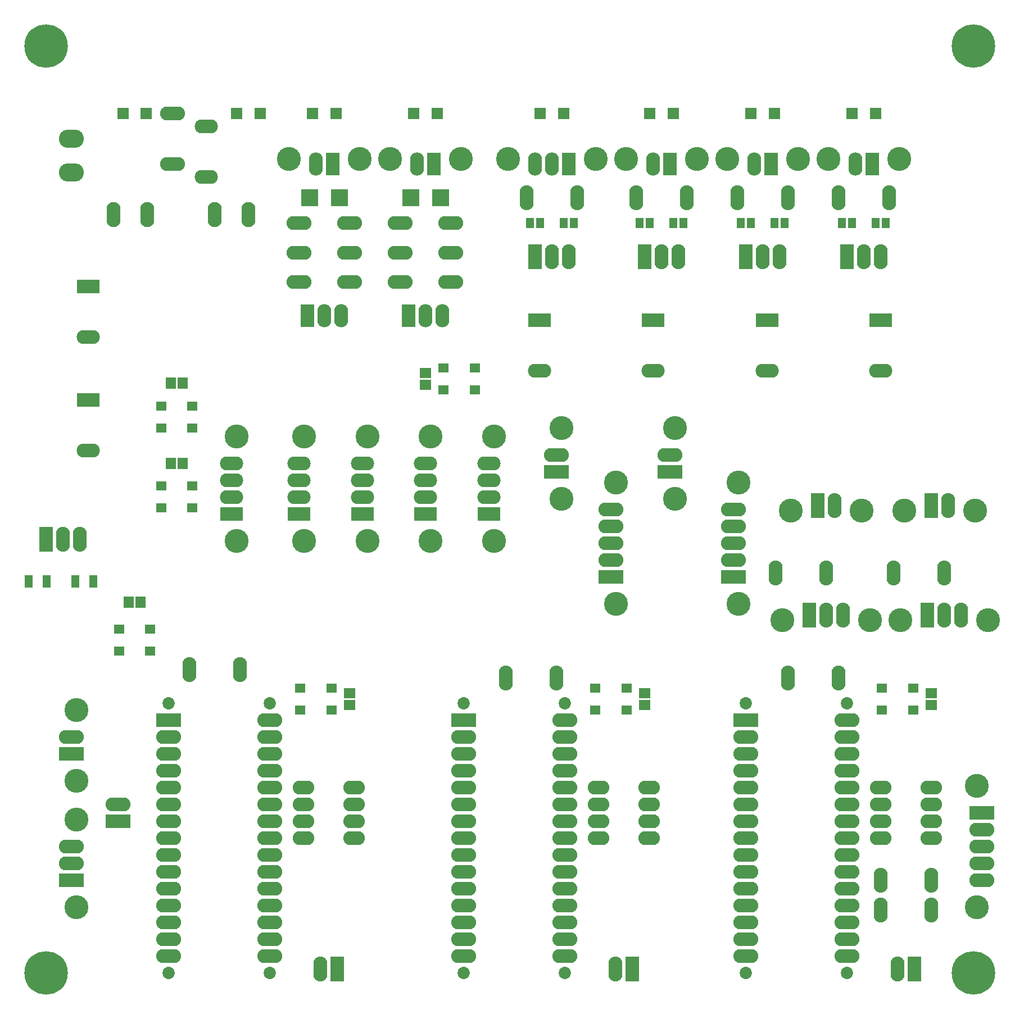
<source format=gbr>
G04 Layer_Color=20142*
%FSLAX45Y45*%
%MOMM*%
%TF.FileFunction,Soldermask,Top*%
%TF.Part,Single*%
G01*
G75*
%TA.AperFunction,SMDPad,CuDef*%
%ADD51R,1.72720X1.52400*%
%ADD52R,1.52400X1.72720*%
%ADD53R,1.52400X1.42240*%
%ADD54R,1.30320X1.60320*%
%ADD55R,1.30320X1.90320*%
%ADD56R,1.70320X1.70320*%
%ADD57R,2.50320X2.50320*%
%TA.AperFunction,ComponentPad*%
%ADD58O,2.10820X3.75920*%
%ADD59C,3.60680*%
%ADD60R,2.10820X3.75920*%
%ADD61C,1.85420*%
%ADD62O,3.75920X2.10820*%
%ADD63R,3.75920X2.10820*%
%ADD64R,3.50520X2.10820*%
%ADD65O,3.50520X2.10820*%
%ADD66O,2.10820X3.78460*%
%ADD67O,2.10820X3.50520*%
%ADD68R,2.10820X3.50520*%
%ADD69O,3.75920X2.10820*%
%TA.AperFunction,ViaPad*%
%ADD70C,6.55320*%
%TA.AperFunction,ComponentPad*%
%ADD71O,3.75920X2.74320*%
%ADD72O,3.25120X2.10820*%
D51*
X7747000Y7217501D02*
D03*
Y7388860D02*
D03*
X12192000D02*
D03*
Y7217501D02*
D03*
X16510001D02*
D03*
Y7388860D02*
D03*
X8890000Y12214860D02*
D03*
Y12043501D02*
D03*
D52*
X4422140Y8763000D02*
D03*
X4593499D02*
D03*
X5057140Y10858500D02*
D03*
X5228499D02*
D03*
Y12065000D02*
D03*
X5057140D02*
D03*
D53*
X7003999Y7137502D02*
D03*
Y7467600D02*
D03*
X7475220D02*
D03*
Y7137502D02*
D03*
X5379720Y10185502D02*
D03*
Y10515600D02*
D03*
X4908499D02*
D03*
Y10185502D02*
D03*
X5379720Y11392002D02*
D03*
Y11722100D02*
D03*
X4908499D02*
D03*
Y11392002D02*
D03*
X4273499Y8356600D02*
D03*
Y8026502D02*
D03*
X4744720D02*
D03*
Y8356600D02*
D03*
X9162999Y11963502D02*
D03*
Y12293600D02*
D03*
X9634220Y11963502D02*
D03*
Y12293600D02*
D03*
X11448999Y7467600D02*
D03*
Y7137502D02*
D03*
X11920220D02*
D03*
Y7467600D02*
D03*
X15766998D02*
D03*
Y7137502D02*
D03*
X16238220D02*
D03*
Y7467600D02*
D03*
D54*
X14299001Y14478000D02*
D03*
X14148999D02*
D03*
X13791000D02*
D03*
X13640999D02*
D03*
X12775001D02*
D03*
X12624999D02*
D03*
X12267001D02*
D03*
X12116999D02*
D03*
X11124001D02*
D03*
X10973999D02*
D03*
X10616001D02*
D03*
X10465999D02*
D03*
X15164999D02*
D03*
X15315001D02*
D03*
X15673000D02*
D03*
X15823001D02*
D03*
D55*
X3611499Y9080500D02*
D03*
X3881501D02*
D03*
X3183001D02*
D03*
X2912999D02*
D03*
D56*
X15669000Y16128999D02*
D03*
X15318999D02*
D03*
X14145001D02*
D03*
X13795000D02*
D03*
X12621001D02*
D03*
X12270999D02*
D03*
X10970001D02*
D03*
X10619999D02*
D03*
X9065001D02*
D03*
X8714999D02*
D03*
X7541001D02*
D03*
X7190999D02*
D03*
X6398001D02*
D03*
X6047999D02*
D03*
X4683501D02*
D03*
X4333499D02*
D03*
D57*
X9114998Y14859000D02*
D03*
X8665002D02*
D03*
X7590998D02*
D03*
X7141002D02*
D03*
D58*
X7302500Y3238500D02*
D03*
X10858500Y7620000D02*
D03*
X10096500D02*
D03*
X14160500Y9207500D02*
D03*
X14922501Y8572500D02*
D03*
X15176500D02*
D03*
X14922501Y9207500D02*
D03*
X15938499D02*
D03*
X16700500Y8572500D02*
D03*
X16954500D02*
D03*
X16700500Y9207500D02*
D03*
X16764000Y10223500D02*
D03*
X15049500D02*
D03*
X14350999Y7620000D02*
D03*
X15113000D02*
D03*
X15748000Y4572000D02*
D03*
Y4127500D02*
D03*
X16002000Y3238500D02*
D03*
X16510001Y4127500D02*
D03*
Y4572000D02*
D03*
X11747500Y3238500D02*
D03*
X6096000Y7747000D02*
D03*
X5334000D02*
D03*
X3683000Y9715500D02*
D03*
X3429000D02*
D03*
X10414000Y14859000D02*
D03*
X10795000Y13970000D02*
D03*
X11049000D02*
D03*
X12065000Y14859000D02*
D03*
X12446000Y13970000D02*
D03*
X12700000D02*
D03*
X12827000Y14859000D02*
D03*
X13589000D02*
D03*
X13970000Y13970000D02*
D03*
X14224001D02*
D03*
X14350999Y14859000D02*
D03*
X15113000D02*
D03*
X15494000Y13970000D02*
D03*
X15748000D02*
D03*
X15875000Y14859000D02*
D03*
X11176000D02*
D03*
D59*
X3632200Y4165600D02*
D03*
Y5486400D02*
D03*
Y6070600D02*
D03*
Y7137400D02*
D03*
X6045200Y9690100D02*
D03*
X7061200D02*
D03*
X8013700D02*
D03*
X8966200D02*
D03*
X9918700D02*
D03*
X10934700Y10325100D02*
D03*
X11760200Y10566400D02*
D03*
X12649200Y10325100D02*
D03*
X13601700Y10566400D02*
D03*
X14389101Y10147300D02*
D03*
X15455901D02*
D03*
X16103600D02*
D03*
X17170399D02*
D03*
X16040100Y8496300D02*
D03*
X15582899D02*
D03*
X14262100D02*
D03*
X13601700Y8737600D02*
D03*
X11760200D02*
D03*
X9918700Y11264900D02*
D03*
X8966200D02*
D03*
X8013700D02*
D03*
X7061200D02*
D03*
X6045200D02*
D03*
X10134600Y15443201D02*
D03*
X9423400D02*
D03*
X8356600D02*
D03*
X7899400D02*
D03*
X6832600D02*
D03*
X10934700Y11391900D02*
D03*
X12649200D02*
D03*
X16027400Y15443201D02*
D03*
X14960600D02*
D03*
X14503400D02*
D03*
X13436600D02*
D03*
X12979401D02*
D03*
X11912600D02*
D03*
X11455400D02*
D03*
X17360899Y8496300D02*
D03*
X17195799Y5994400D02*
D03*
Y4165600D02*
D03*
D60*
X7556500Y3238500D02*
D03*
X12001500D02*
D03*
X16256000D02*
D03*
X16446500Y8572500D02*
D03*
X16510001Y10223500D02*
D03*
X14795500D02*
D03*
X14668500Y8572500D02*
D03*
X15239999Y13970000D02*
D03*
X13716000D02*
D03*
X12192000D02*
D03*
X10541000D02*
D03*
X3175000Y9715500D02*
D03*
D61*
X5016500Y3175000D02*
D03*
X6540500D02*
D03*
X9461500D02*
D03*
X10985500D02*
D03*
X13716000D02*
D03*
X15239999D02*
D03*
Y7239000D02*
D03*
X13716000D02*
D03*
X10985500D02*
D03*
X9461500D02*
D03*
X6540500D02*
D03*
X5016500D02*
D03*
D62*
X3556000Y4826000D02*
D03*
Y5080000D02*
D03*
X4254500Y5715000D02*
D03*
X3556000Y6731000D02*
D03*
X5016500Y4953000D02*
D03*
Y4699000D02*
D03*
Y4445000D02*
D03*
Y4191000D02*
D03*
Y3937000D02*
D03*
Y3683000D02*
D03*
Y3429000D02*
D03*
X6540500D02*
D03*
Y3683000D02*
D03*
Y3937000D02*
D03*
Y4191000D02*
D03*
Y4445000D02*
D03*
Y4699000D02*
D03*
Y4953000D02*
D03*
Y5207000D02*
D03*
Y5461000D02*
D03*
Y5715000D02*
D03*
Y5969000D02*
D03*
Y6223000D02*
D03*
Y6477000D02*
D03*
Y6731000D02*
D03*
Y6985000D02*
D03*
X5016500Y6731000D02*
D03*
Y6477000D02*
D03*
Y6223000D02*
D03*
Y5969000D02*
D03*
Y5715000D02*
D03*
Y5461000D02*
D03*
Y5207000D02*
D03*
X9461500Y3429000D02*
D03*
Y3683000D02*
D03*
Y3937000D02*
D03*
Y4191000D02*
D03*
Y4445000D02*
D03*
Y4699000D02*
D03*
Y4953000D02*
D03*
Y5207000D02*
D03*
Y5461000D02*
D03*
Y5715000D02*
D03*
Y5969000D02*
D03*
Y6223000D02*
D03*
Y6477000D02*
D03*
Y6731000D02*
D03*
X10985500Y5207000D02*
D03*
Y4953000D02*
D03*
Y4699000D02*
D03*
Y4445000D02*
D03*
Y4191000D02*
D03*
Y3937000D02*
D03*
Y3683000D02*
D03*
Y3429000D02*
D03*
Y5461000D02*
D03*
Y5715000D02*
D03*
Y5969000D02*
D03*
Y6223000D02*
D03*
Y6477000D02*
D03*
Y6731000D02*
D03*
Y6985000D02*
D03*
X11684000Y9398000D02*
D03*
Y9652000D02*
D03*
Y9906000D02*
D03*
Y10160000D02*
D03*
X10858500Y10985500D02*
D03*
X12573000D02*
D03*
X13525500Y9906000D02*
D03*
Y9652000D02*
D03*
Y9398000D02*
D03*
Y10160000D02*
D03*
X15239999Y6985000D02*
D03*
Y6731000D02*
D03*
Y6477000D02*
D03*
Y6223000D02*
D03*
Y5969000D02*
D03*
Y5715000D02*
D03*
Y5461000D02*
D03*
Y5207000D02*
D03*
Y4953000D02*
D03*
Y4699000D02*
D03*
Y4445000D02*
D03*
Y4191000D02*
D03*
Y3937000D02*
D03*
Y3683000D02*
D03*
Y3429000D02*
D03*
X13716000Y4699000D02*
D03*
Y4953000D02*
D03*
Y4445000D02*
D03*
Y4191000D02*
D03*
Y3937000D02*
D03*
Y3683000D02*
D03*
Y3429000D02*
D03*
Y5207000D02*
D03*
Y5461000D02*
D03*
Y5715000D02*
D03*
Y5969000D02*
D03*
Y6223000D02*
D03*
Y6477000D02*
D03*
Y6731000D02*
D03*
X17272000Y4572000D02*
D03*
Y4826000D02*
D03*
Y5080000D02*
D03*
Y5334000D02*
D03*
X5080000Y16128999D02*
D03*
Y15367000D02*
D03*
D63*
X3556000Y4572000D02*
D03*
X4254500Y5461000D02*
D03*
X3556000Y6477000D02*
D03*
X5016500Y6985000D02*
D03*
X9461500D02*
D03*
X11684000Y9144000D02*
D03*
X12573000Y10731500D02*
D03*
X13525500Y9144000D02*
D03*
X13716000Y6985000D02*
D03*
X17272000Y5588000D02*
D03*
X10858500Y10731500D02*
D03*
D64*
X9842500Y10096500D02*
D03*
X8890000D02*
D03*
X7937500D02*
D03*
X6985000D02*
D03*
X5969000D02*
D03*
X3810000Y11811000D02*
D03*
Y13525500D02*
D03*
X10604500Y13017500D02*
D03*
X12319000D02*
D03*
X14033501D02*
D03*
X15748000D02*
D03*
D65*
X9842500Y10350500D02*
D03*
Y10604500D02*
D03*
Y10858500D02*
D03*
X8890000D02*
D03*
Y10604500D02*
D03*
Y10350500D02*
D03*
X7937500Y10858500D02*
D03*
Y10604500D02*
D03*
Y10350500D02*
D03*
X6985000Y10858500D02*
D03*
Y10604500D02*
D03*
Y10350500D02*
D03*
X5969000Y10858500D02*
D03*
Y10604500D02*
D03*
Y10350500D02*
D03*
X3810000Y12763500D02*
D03*
Y11049000D02*
D03*
X5588000Y15176500D02*
D03*
Y15938499D02*
D03*
X10604500Y12255500D02*
D03*
X12319000D02*
D03*
X14033501D02*
D03*
X15748000D02*
D03*
D66*
X6223000Y14605000D02*
D03*
X5715000D02*
D03*
X4699000D02*
D03*
X4191000D02*
D03*
D67*
X9144000Y13081000D02*
D03*
X8890000D02*
D03*
X7620000D02*
D03*
X7366000D02*
D03*
X8763000Y15367000D02*
D03*
X7239000D02*
D03*
X10541000D02*
D03*
X10795000D02*
D03*
X12319000D02*
D03*
X13842999D02*
D03*
X15367000D02*
D03*
D68*
X8636000Y13081000D02*
D03*
X7112000D02*
D03*
X9017000Y15367000D02*
D03*
X7493000D02*
D03*
X11049000D02*
D03*
X12573000D02*
D03*
X14097000D02*
D03*
X15621001D02*
D03*
D69*
X9271000Y13589000D02*
D03*
Y14033501D02*
D03*
Y14478000D02*
D03*
X8509000D02*
D03*
Y14033501D02*
D03*
Y13589000D02*
D03*
X7747000Y14478000D02*
D03*
Y14033501D02*
D03*
Y13589000D02*
D03*
X6985000Y14478000D02*
D03*
Y14033501D02*
D03*
Y13589000D02*
D03*
D70*
X3175000Y3175000D02*
D03*
X17145000D02*
D03*
Y17145000D02*
D03*
X3175000D02*
D03*
D71*
X3558540Y15239999D02*
D03*
Y15750108D02*
D03*
D72*
X7048500Y5207000D02*
D03*
Y5461000D02*
D03*
Y5715000D02*
D03*
Y5969000D02*
D03*
X7810500Y5207000D02*
D03*
Y5461000D02*
D03*
Y5715000D02*
D03*
Y5969000D02*
D03*
X11493500Y5207000D02*
D03*
Y5461000D02*
D03*
Y5715000D02*
D03*
Y5969000D02*
D03*
X12255500Y5207000D02*
D03*
Y5461000D02*
D03*
Y5715000D02*
D03*
Y5969000D02*
D03*
X15748000Y5207000D02*
D03*
Y5461000D02*
D03*
Y5715000D02*
D03*
Y5969000D02*
D03*
X16510001Y5207000D02*
D03*
Y5461000D02*
D03*
Y5715000D02*
D03*
Y5969000D02*
D03*
%TF.MD5,0FF311975C714422D2F9B4D6AF2925DA*%
M02*

</source>
